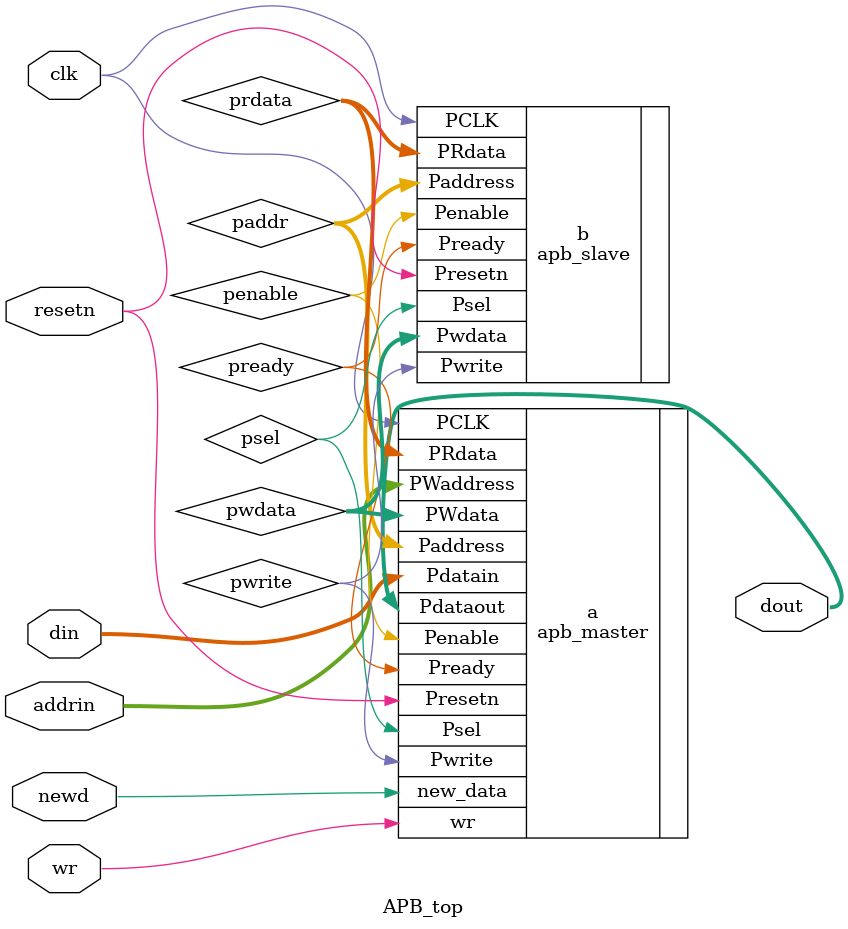
<source format=v>
`timescale 1ns / 1ps

module APB_top(
input clk,resetn,wr,newd,
input [3:0]addrin,
input [7:0]din,
output [7:0]dout
    );
    
wire psel,penable,pready,pwrite;
wire [3:0]paddr;
wire [7:0]prdata,pwdata;

apb_master a(
.PCLK(clk),
.Presetn(resetn),
.wr(wr),
.new_data(newd),
.Pready(pready),//1-bit information
.Pdatain(din),
.PRdata(prdata),//vector information
.PWaddress(addrin),
.Psel(psel),
.Penable(penable),
.Pwrite(pwrite),
.Paddress(paddr),
.PWdata(pwdata),
.Pdataout(dout)
);


apb_slave b(
.PCLK(clk),
.Presetn(resetn),
.Penable(penable),
.Psel(psel),
.Pwrite(pwrite),
.Paddress(paddr),
.Pwdata(pwdata),
.Pready(pready),
.PRdata(prdata)
);
endmodule

</source>
